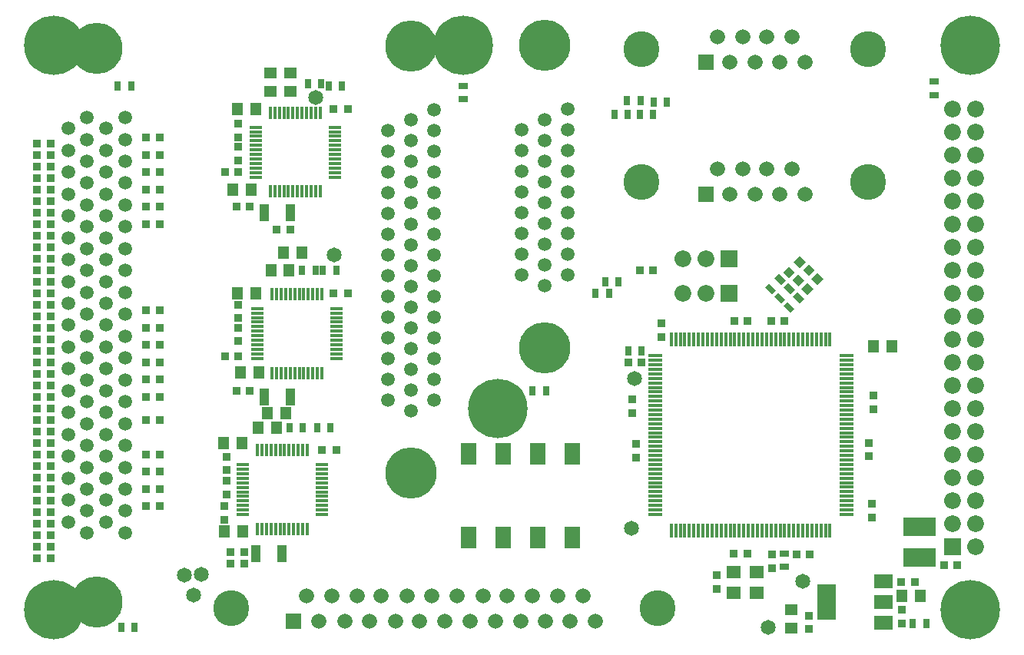
<source format=gts>
G04 #@! TF.FileFunction,Soldermask,Top*
%FSLAX46Y46*%
G04 Gerber Fmt 4.6, Leading zero omitted, Abs format (unit mm)*
G04 Created by KiCad (PCBNEW 4.0.6) date Fri Jul 21 15:53:30 2017*
%MOMM*%
%LPD*%
G01*
G04 APERTURE LIST*
%ADD10C,0.100000*%
%ADD11C,1.500000*%
%ADD12C,5.650000*%
%ADD13R,0.400000X1.600000*%
%ADD14R,1.600000X0.400000*%
%ADD15R,1.550000X1.350000*%
%ADD16R,0.950000X0.900000*%
%ADD17R,1.150000X1.400000*%
%ADD18R,0.900000X0.950000*%
%ADD19R,1.400000X1.150000*%
%ADD20R,0.950000X0.950000*%
%ADD21R,1.850000X1.850000*%
%ADD22O,1.850000X1.850000*%
%ADD23R,1.050000X1.850000*%
%ADD24R,0.650000X1.050000*%
%ADD25R,1.050000X0.650000*%
%ADD26R,1.750000X2.330000*%
%ADD27R,2.150000X3.950000*%
%ADD28R,2.150000X1.650000*%
%ADD29R,1.450000X0.400000*%
%ADD30R,0.400000X1.450000*%
%ADD31C,1.650000*%
%ADD32R,3.550000X2.150000*%
%ADD33C,3.960000*%
%ADD34R,1.670000X1.670000*%
%ADD35C,1.670000*%
%ADD36C,6.550000*%
G04 APERTURE END LIST*
D10*
D11*
X106807000Y-53290000D03*
X106807000Y-51000000D03*
X106807000Y-48710000D03*
X106807000Y-46420000D03*
X106807000Y-44130000D03*
X106807000Y-41840000D03*
X106807000Y-39550000D03*
X106807000Y-37260000D03*
X106807000Y-34970000D03*
X104267000Y-54440000D03*
X104267000Y-52150000D03*
X104267000Y-49860000D03*
X104267000Y-47570000D03*
X104267000Y-45280000D03*
X104267000Y-42990000D03*
X104267000Y-40700000D03*
X104267000Y-38410000D03*
X104267000Y-36120000D03*
X101727000Y-53290000D03*
X101727000Y-51000000D03*
X101727000Y-48710000D03*
X101727000Y-46420000D03*
X101727000Y-44130000D03*
X101727000Y-41840000D03*
X101727000Y-39550000D03*
X101727000Y-37260000D03*
D12*
X104267000Y-61340000D03*
X104267000Y-27940000D03*
D13*
X118181683Y-81461814D03*
X118681683Y-81461814D03*
X119181683Y-81461814D03*
X119681683Y-81461814D03*
X120181683Y-81461814D03*
X120681683Y-81461814D03*
X121181683Y-81461814D03*
X121681683Y-81461814D03*
X122181683Y-81461814D03*
X122681683Y-81461814D03*
X123181683Y-81461814D03*
X123681683Y-81461814D03*
X124181683Y-81461814D03*
X124681683Y-81461814D03*
X125181683Y-81461814D03*
X125681683Y-81461814D03*
X126181683Y-81461814D03*
X126681683Y-81461814D03*
X127181683Y-81461814D03*
X127681683Y-81461814D03*
X128181683Y-81461814D03*
X128681683Y-81461814D03*
X129181683Y-81461814D03*
X129681683Y-81461814D03*
X130181683Y-81461814D03*
X130681683Y-81461814D03*
X131181683Y-81461814D03*
X131681683Y-81461814D03*
X132181683Y-81461814D03*
X132681683Y-81461814D03*
X133181683Y-81461814D03*
X133681683Y-81461814D03*
X134181683Y-81461814D03*
X134681683Y-81461814D03*
X135181683Y-81461814D03*
X135681683Y-81461814D03*
D14*
X137481683Y-79661814D03*
X137481683Y-79161814D03*
X137481683Y-78661814D03*
X137481683Y-78161814D03*
X137481683Y-77661814D03*
X137481683Y-77161814D03*
X137481683Y-76661814D03*
X137481683Y-76161814D03*
X137481683Y-75661814D03*
X137481683Y-75161814D03*
X137481683Y-74661814D03*
X137481683Y-74161814D03*
X137481683Y-73661814D03*
X137481683Y-73161814D03*
X137481683Y-72661814D03*
X137481683Y-72161814D03*
X137481683Y-71661814D03*
X137481683Y-71161814D03*
X137481683Y-70661814D03*
X137481683Y-70161814D03*
X137481683Y-69661814D03*
X137481683Y-69161814D03*
X137481683Y-68661814D03*
X137481683Y-68161814D03*
X137481683Y-67661814D03*
X137481683Y-67161814D03*
X137481683Y-66661814D03*
X137481683Y-66161814D03*
X137481683Y-65661814D03*
X137481683Y-65161814D03*
X137481683Y-64661814D03*
X137481683Y-64161814D03*
X137481683Y-63661814D03*
X137481683Y-63161814D03*
X137481683Y-62661814D03*
X137481683Y-62161814D03*
D13*
X135681683Y-60361814D03*
X135181683Y-60361814D03*
X134681683Y-60361814D03*
X134181683Y-60361814D03*
X133681683Y-60361814D03*
X133181683Y-60361814D03*
X132681683Y-60361814D03*
X132181683Y-60361814D03*
X131681683Y-60361814D03*
X131181683Y-60361814D03*
X130681683Y-60361814D03*
X130181683Y-60361814D03*
X129681683Y-60361814D03*
X129181683Y-60361814D03*
X128681683Y-60361814D03*
X128181683Y-60361814D03*
X127681683Y-60361814D03*
X127181683Y-60361814D03*
X126681683Y-60361814D03*
X126181683Y-60361814D03*
X125681683Y-60361814D03*
X125181683Y-60361814D03*
X124681683Y-60361814D03*
X124181683Y-60361814D03*
X123681683Y-60361814D03*
X123181683Y-60361814D03*
X122681683Y-60361814D03*
X122181683Y-60361814D03*
X121681683Y-60361814D03*
X121181683Y-60361814D03*
X120681683Y-60361814D03*
X120181683Y-60361814D03*
X119681683Y-60361814D03*
X119181683Y-60361814D03*
X118681683Y-60361814D03*
X118181683Y-60361814D03*
D14*
X116381683Y-62161814D03*
X116381683Y-62661814D03*
X116381683Y-63161814D03*
X116381683Y-63661814D03*
X116381683Y-64161814D03*
X116381683Y-64661814D03*
X116381683Y-65161814D03*
X116381683Y-65661814D03*
X116381683Y-66161814D03*
X116381683Y-66661814D03*
X116381683Y-67161814D03*
X116381683Y-67661814D03*
X116381683Y-68161814D03*
X116381683Y-68661814D03*
X116381683Y-69161814D03*
X116381683Y-69661814D03*
X116381683Y-70161814D03*
X116381683Y-70661814D03*
X116381683Y-71161814D03*
X116381683Y-71661814D03*
X116381683Y-72161814D03*
X116381683Y-72661814D03*
X116381683Y-73161814D03*
X116381683Y-73661814D03*
X116381683Y-74161814D03*
X116381683Y-74661814D03*
X116381683Y-75161814D03*
X116381683Y-75661814D03*
X116381683Y-76161814D03*
X116381683Y-76661814D03*
X116381683Y-77161814D03*
X116381683Y-77661814D03*
X116381683Y-78161814D03*
X116381683Y-78661814D03*
X116381683Y-79161814D03*
X116381683Y-79661814D03*
D15*
X125095000Y-86022000D03*
X127635000Y-86022000D03*
X127635000Y-88265000D03*
X125095000Y-88265000D03*
D16*
X148233000Y-85217000D03*
X149733000Y-85217000D03*
X143510000Y-87122000D03*
X145010000Y-87122000D03*
D17*
X143637000Y-88646000D03*
X145637000Y-88646000D03*
D18*
X143637000Y-90170000D03*
X143637000Y-91670000D03*
X133350000Y-90805000D03*
X133350000Y-92305000D03*
D19*
X131445000Y-90170000D03*
X131445000Y-92170000D03*
D16*
X49760000Y-53975000D03*
X48260000Y-53975000D03*
X49760000Y-55245000D03*
X48260000Y-55245000D03*
X60325000Y-62865000D03*
X61825000Y-62865000D03*
X61825000Y-57150000D03*
X60325000Y-57150000D03*
X48260000Y-64135000D03*
X49760000Y-64135000D03*
X49760000Y-56515000D03*
X48260000Y-56515000D03*
X48260000Y-65405000D03*
X49760000Y-65405000D03*
X49760000Y-57785000D03*
X48260000Y-57785000D03*
X60325000Y-64770000D03*
X61825000Y-64770000D03*
X61825000Y-59055000D03*
X60325000Y-59055000D03*
X48260000Y-66675000D03*
X49760000Y-66675000D03*
X49760000Y-59055000D03*
X48260000Y-59055000D03*
X48260000Y-67945000D03*
X49760000Y-67945000D03*
X49760000Y-60325000D03*
X48260000Y-60325000D03*
X60325000Y-66675000D03*
X61825000Y-66675000D03*
X61825000Y-60960000D03*
X60325000Y-60960000D03*
X49760000Y-61595000D03*
X48260000Y-61595000D03*
X49760000Y-62865000D03*
X48260000Y-62865000D03*
X49760000Y-69215000D03*
X48260000Y-69215000D03*
X49760000Y-70485000D03*
X48260000Y-70485000D03*
X60325000Y-76835000D03*
X61825000Y-76835000D03*
X61825000Y-69215000D03*
X60325000Y-69215000D03*
X48260000Y-79375000D03*
X49760000Y-79375000D03*
X49760000Y-71755000D03*
X48260000Y-71755000D03*
X48260000Y-80645000D03*
X49760000Y-80645000D03*
X49760000Y-73025000D03*
X48260000Y-73025000D03*
X60325000Y-78740000D03*
X61825000Y-78740000D03*
X61825000Y-73025000D03*
X60325000Y-73025000D03*
X48260000Y-81915000D03*
X49760000Y-81915000D03*
X49760000Y-74295000D03*
X48260000Y-74295000D03*
X48260000Y-83185000D03*
X49760000Y-83185000D03*
X49760000Y-75565000D03*
X48260000Y-75565000D03*
X48260000Y-84455000D03*
X49760000Y-84455000D03*
X61825000Y-74930000D03*
X60325000Y-74930000D03*
X49760000Y-76835000D03*
X48260000Y-76835000D03*
X49760000Y-78105000D03*
X48260000Y-78105000D03*
X49760000Y-38735000D03*
X48260000Y-38735000D03*
X49760000Y-40005000D03*
X48260000Y-40005000D03*
X60325000Y-43815000D03*
X61825000Y-43815000D03*
X61825000Y-38100000D03*
X60325000Y-38100000D03*
X48260000Y-48895000D03*
X49760000Y-48895000D03*
X49760000Y-41275000D03*
X48260000Y-41275000D03*
X48260000Y-50165000D03*
X49760000Y-50165000D03*
X49760000Y-42545000D03*
X48260000Y-42545000D03*
X60325000Y-45720000D03*
X61825000Y-45720000D03*
X61825000Y-40005000D03*
X60325000Y-40005000D03*
X48260000Y-51435000D03*
X49760000Y-51435000D03*
X49760000Y-43815000D03*
X48260000Y-43815000D03*
X48260000Y-52705000D03*
X49760000Y-52705000D03*
X49760000Y-45085000D03*
X48260000Y-45085000D03*
X60325000Y-47625000D03*
X61825000Y-47625000D03*
X61825000Y-41910000D03*
X60325000Y-41910000D03*
X49760000Y-46355000D03*
X48260000Y-46355000D03*
X49760000Y-47625000D03*
X48260000Y-47625000D03*
X74700000Y-48260000D03*
X76200000Y-48260000D03*
X70255000Y-45720000D03*
X71755000Y-45720000D03*
D17*
X70390000Y-34925000D03*
X72390000Y-34925000D03*
D19*
X74041000Y-31020000D03*
X74041000Y-33020000D03*
D18*
X70485000Y-38100000D03*
X70485000Y-36600000D03*
D16*
X68985000Y-41910000D03*
X70485000Y-41910000D03*
D18*
X70485000Y-39140000D03*
X70485000Y-40640000D03*
D17*
X71850000Y-43815000D03*
X69850000Y-43815000D03*
D19*
X76200000Y-31020000D03*
X76200000Y-33020000D03*
D16*
X70255000Y-66040000D03*
X71755000Y-66040000D03*
D17*
X70390000Y-55245000D03*
X72390000Y-55245000D03*
X76073000Y-52705000D03*
X74073000Y-52705000D03*
D18*
X70485000Y-58015000D03*
X70485000Y-56515000D03*
D16*
X68985000Y-62230000D03*
X70485000Y-62230000D03*
D18*
X70485000Y-59055000D03*
X70485000Y-60555000D03*
D17*
X72695000Y-64040000D03*
X70695000Y-64040000D03*
X75470000Y-50800000D03*
X77470000Y-50800000D03*
D16*
X69620000Y-85090000D03*
X71120000Y-85090000D03*
X69620000Y-83820000D03*
X71120000Y-83820000D03*
D17*
X70834000Y-71755000D03*
X68834000Y-71755000D03*
X74676000Y-70104000D03*
X72676000Y-70104000D03*
D18*
X69215000Y-75970000D03*
X69215000Y-77470000D03*
X68961000Y-80240000D03*
X68961000Y-78740000D03*
X69215000Y-74791000D03*
X69215000Y-73291000D03*
D17*
X70961000Y-81534000D03*
X68961000Y-81534000D03*
X73692000Y-68453000D03*
X75692000Y-68453000D03*
D18*
X123190000Y-86360000D03*
X123190000Y-87860000D03*
X129286000Y-84098000D03*
X129286000Y-85598000D03*
D17*
X140462000Y-61087000D03*
X142462000Y-61087000D03*
D18*
X140335000Y-78510000D03*
X140335000Y-80010000D03*
D16*
X129183000Y-58293000D03*
X130683000Y-58293000D03*
X125119000Y-58293000D03*
X126619000Y-58293000D03*
X131977000Y-84074000D03*
X133477000Y-84074000D03*
D18*
X117094000Y-60071000D03*
X117094000Y-58571000D03*
D16*
X126595000Y-83947000D03*
X125095000Y-83947000D03*
D18*
X140462000Y-66572000D03*
X140462000Y-68072000D03*
X139954000Y-71755000D03*
X139954000Y-73255000D03*
D16*
X114935000Y-62865000D03*
X113435000Y-62865000D03*
D20*
X82550000Y-34925000D03*
X80950000Y-34925000D03*
X82550000Y-55245000D03*
X80950000Y-55245000D03*
X81280000Y-72517000D03*
X79680000Y-72517000D03*
D21*
X149225000Y-83185000D03*
D22*
X151765000Y-83185000D03*
X149225000Y-80645000D03*
X151765000Y-80645000D03*
X149225000Y-78105000D03*
X151765000Y-78105000D03*
X149225000Y-75565000D03*
X151765000Y-75565000D03*
X149225000Y-73025000D03*
X151765000Y-73025000D03*
X149225000Y-70485000D03*
X151765000Y-70485000D03*
X149225000Y-67945000D03*
X151765000Y-67945000D03*
X149225000Y-65405000D03*
X151765000Y-65405000D03*
X149225000Y-62865000D03*
X151765000Y-62865000D03*
X149225000Y-60325000D03*
X151765000Y-60325000D03*
X149225000Y-57785000D03*
X151765000Y-57785000D03*
X149225000Y-55245000D03*
X151765000Y-55245000D03*
X149225000Y-52705000D03*
X151765000Y-52705000D03*
X149225000Y-50165000D03*
X151765000Y-50165000D03*
X149225000Y-47625000D03*
X151765000Y-47625000D03*
X149225000Y-45085000D03*
X151765000Y-45085000D03*
X149225000Y-42545000D03*
X151765000Y-42545000D03*
X149225000Y-40005000D03*
X151765000Y-40005000D03*
X149225000Y-37465000D03*
X151765000Y-37465000D03*
X149225000Y-34925000D03*
X151765000Y-34925000D03*
D21*
X124587000Y-51435000D03*
D22*
X122047000Y-51435000D03*
X119507000Y-51435000D03*
D21*
X124587000Y-55245000D03*
D22*
X122047000Y-55245000D03*
X119507000Y-55245000D03*
D10*
G36*
X132065579Y-55151959D02*
X132808041Y-55894421D01*
X132348421Y-56354041D01*
X131605959Y-55611579D01*
X132065579Y-55151959D01*
X132065579Y-55151959D01*
G37*
G36*
X131004919Y-56212619D02*
X131747381Y-56955081D01*
X131287761Y-57414701D01*
X130545299Y-56672239D01*
X131004919Y-56212619D01*
X131004919Y-56212619D01*
G37*
G36*
X130033579Y-53119959D02*
X130776041Y-53862421D01*
X130316421Y-54322041D01*
X129573959Y-53579579D01*
X130033579Y-53119959D01*
X130033579Y-53119959D01*
G37*
G36*
X128972919Y-54180619D02*
X129715381Y-54923081D01*
X129255761Y-55382701D01*
X128513299Y-54640239D01*
X128972919Y-54180619D01*
X128972919Y-54180619D01*
G37*
G36*
X131049579Y-54135959D02*
X131792041Y-54878421D01*
X131332421Y-55338041D01*
X130589959Y-54595579D01*
X131049579Y-54135959D01*
X131049579Y-54135959D01*
G37*
G36*
X129988919Y-55196619D02*
X130731381Y-55939081D01*
X130271761Y-56398701D01*
X129529299Y-55656239D01*
X129988919Y-55196619D01*
X129988919Y-55196619D01*
G37*
D23*
X73300000Y-46355000D03*
X76200000Y-46355000D03*
D24*
X80415000Y-32385000D03*
X81915000Y-32385000D03*
X79629000Y-32131000D03*
X78129000Y-32131000D03*
D23*
X73300000Y-66675000D03*
X76200000Y-66675000D03*
D24*
X79780000Y-52705000D03*
X81280000Y-52705000D03*
X78970000Y-52705000D03*
X77470000Y-52705000D03*
D23*
X72390000Y-83947000D03*
X75290000Y-83947000D03*
D24*
X79145000Y-70104000D03*
X80645000Y-70104000D03*
X77597000Y-70104000D03*
X76097000Y-70104000D03*
D25*
X130683000Y-85447000D03*
X130683000Y-83947000D03*
D24*
X116229000Y-34163000D03*
X117729000Y-34163000D03*
X113411000Y-35560000D03*
X111911000Y-35560000D03*
X111355000Y-55245000D03*
X109855000Y-55245000D03*
X110895000Y-53975000D03*
X112395000Y-53975000D03*
X114705000Y-35560000D03*
X116205000Y-35560000D03*
X114784000Y-34036000D03*
X113284000Y-34036000D03*
X114935000Y-61595000D03*
X113435000Y-61595000D03*
D26*
X103505000Y-73007000D03*
X103505000Y-82187000D03*
X107315000Y-73007000D03*
X107315000Y-82187000D03*
X99695000Y-73007000D03*
X99695000Y-82187000D03*
X95885000Y-82187000D03*
X95885000Y-73007000D03*
D27*
X135305000Y-89347436D03*
D28*
X141605000Y-89347436D03*
X141605000Y-87047436D03*
X141605000Y-91647436D03*
D29*
X72390000Y-36965000D03*
X72390000Y-37465000D03*
X72390000Y-37965000D03*
X72390000Y-38465000D03*
X72390000Y-38965000D03*
X72390000Y-39465000D03*
X72390000Y-39965000D03*
X72390000Y-40465000D03*
X72390000Y-40965000D03*
X72390000Y-41465000D03*
X72390000Y-41965000D03*
X72390000Y-42465000D03*
D30*
X73990000Y-44065000D03*
X74490000Y-44065000D03*
X74990000Y-44065000D03*
X75490000Y-44065000D03*
X75990000Y-44065000D03*
X76490000Y-44065000D03*
X76990000Y-44065000D03*
X77490000Y-44065000D03*
X77990000Y-44065000D03*
X78490000Y-44065000D03*
X78990000Y-44065000D03*
X79490000Y-44065000D03*
D29*
X81090000Y-42465000D03*
X81090000Y-41965000D03*
X81090000Y-41465000D03*
X81090000Y-40965000D03*
X81090000Y-40465000D03*
X81090000Y-39965000D03*
X81090000Y-39465000D03*
X81090000Y-38965000D03*
X81090000Y-38465000D03*
X81090000Y-37965000D03*
X81090000Y-37465000D03*
X81090000Y-36965000D03*
D30*
X79490000Y-35365000D03*
X78990000Y-35365000D03*
X78490000Y-35365000D03*
X77990000Y-35365000D03*
X77490000Y-35365000D03*
X76990000Y-35365000D03*
X76490000Y-35365000D03*
X75990000Y-35365000D03*
X75490000Y-35365000D03*
X74990000Y-35365000D03*
X74490000Y-35365000D03*
X73990000Y-35365000D03*
D29*
X72580000Y-56960000D03*
X72580000Y-57460000D03*
X72580000Y-57960000D03*
X72580000Y-58460000D03*
X72580000Y-58960000D03*
X72580000Y-59460000D03*
X72580000Y-59960000D03*
X72580000Y-60460000D03*
X72580000Y-60960000D03*
X72580000Y-61460000D03*
X72580000Y-61960000D03*
X72580000Y-62460000D03*
D30*
X74180000Y-64060000D03*
X74680000Y-64060000D03*
X75180000Y-64060000D03*
X75680000Y-64060000D03*
X76180000Y-64060000D03*
X76680000Y-64060000D03*
X77180000Y-64060000D03*
X77680000Y-64060000D03*
X78180000Y-64060000D03*
X78680000Y-64060000D03*
X79180000Y-64060000D03*
X79680000Y-64060000D03*
D29*
X81280000Y-62460000D03*
X81280000Y-61960000D03*
X81280000Y-61460000D03*
X81280000Y-60960000D03*
X81280000Y-60460000D03*
X81280000Y-59960000D03*
X81280000Y-59460000D03*
X81280000Y-58960000D03*
X81280000Y-58460000D03*
X81280000Y-57960000D03*
X81280000Y-57460000D03*
X81280000Y-56960000D03*
D30*
X79680000Y-55360000D03*
X79180000Y-55360000D03*
X78680000Y-55360000D03*
X78180000Y-55360000D03*
X77680000Y-55360000D03*
X77180000Y-55360000D03*
X76680000Y-55360000D03*
X76180000Y-55360000D03*
X75680000Y-55360000D03*
X75180000Y-55360000D03*
X74680000Y-55360000D03*
X74180000Y-55360000D03*
D29*
X70965000Y-74180000D03*
X70965000Y-74680000D03*
X70965000Y-75180000D03*
X70965000Y-75680000D03*
X70965000Y-76180000D03*
X70965000Y-76680000D03*
X70965000Y-77180000D03*
X70965000Y-77680000D03*
X70965000Y-78180000D03*
X70965000Y-78680000D03*
X70965000Y-79180000D03*
X70965000Y-79680000D03*
D30*
X72565000Y-81280000D03*
X73065000Y-81280000D03*
X73565000Y-81280000D03*
X74065000Y-81280000D03*
X74565000Y-81280000D03*
X75065000Y-81280000D03*
X75565000Y-81280000D03*
X76065000Y-81280000D03*
X76565000Y-81280000D03*
X77065000Y-81280000D03*
X77565000Y-81280000D03*
X78065000Y-81280000D03*
D29*
X79665000Y-79680000D03*
X79665000Y-79180000D03*
X79665000Y-78680000D03*
X79665000Y-78180000D03*
X79665000Y-77680000D03*
X79665000Y-77180000D03*
X79665000Y-76680000D03*
X79665000Y-76180000D03*
X79665000Y-75680000D03*
X79665000Y-75180000D03*
X79665000Y-74680000D03*
X79665000Y-74180000D03*
D30*
X78065000Y-72580000D03*
X77565000Y-72580000D03*
X77065000Y-72580000D03*
X76565000Y-72580000D03*
X76065000Y-72580000D03*
X75565000Y-72580000D03*
X75065000Y-72580000D03*
X74565000Y-72580000D03*
X74065000Y-72580000D03*
X73565000Y-72580000D03*
X73065000Y-72580000D03*
X72565000Y-72580000D03*
D18*
X113919000Y-68453000D03*
X113919000Y-66953000D03*
X114300000Y-73406000D03*
X114300000Y-71906000D03*
D10*
G36*
X133165315Y-55466436D02*
X132493564Y-54794685D01*
X133165315Y-54122934D01*
X133837066Y-54794685D01*
X133165315Y-55466436D01*
X133165315Y-55466436D01*
G37*
G36*
X134296685Y-54335066D02*
X133624934Y-53663315D01*
X134296685Y-52991564D01*
X134968436Y-53663315D01*
X134296685Y-54335066D01*
X134296685Y-54335066D01*
G37*
G36*
X131191000Y-53630751D02*
X130519249Y-52959000D01*
X131191000Y-52287249D01*
X131862751Y-52959000D01*
X131191000Y-53630751D01*
X131191000Y-53630751D01*
G37*
G36*
X132322370Y-52499381D02*
X131650619Y-51827630D01*
X132322370Y-51155879D01*
X132994121Y-51827630D01*
X132322370Y-52499381D01*
X132322370Y-52499381D01*
G37*
G36*
X132207000Y-54508121D02*
X131535249Y-53836370D01*
X132207000Y-53164619D01*
X132878751Y-53836370D01*
X132207000Y-54508121D01*
X132207000Y-54508121D01*
G37*
G36*
X133338370Y-53376751D02*
X132666619Y-52705000D01*
X133338370Y-52033249D01*
X134010121Y-52705000D01*
X133338370Y-53376751D01*
X133338370Y-53376751D01*
G37*
D31*
X132715000Y-86995000D03*
X128905000Y-92075000D03*
X65532000Y-88519000D03*
X64516000Y-86360000D03*
X66421000Y-86233000D03*
X81026000Y-51054000D03*
X78994000Y-33655000D03*
X113792000Y-81153000D03*
X114173000Y-64643000D03*
D24*
X59055000Y-92075000D03*
X57555000Y-92075000D03*
D25*
X147193000Y-33401000D03*
X147193000Y-31901000D03*
D24*
X144804000Y-91694000D03*
X146304000Y-91694000D03*
D25*
X95250000Y-33885000D03*
X95250000Y-32385000D03*
D24*
X58650000Y-32385000D03*
X57150000Y-32385000D03*
X104370000Y-66040000D03*
X102870000Y-66040000D03*
D16*
X114705000Y-52705000D03*
X116205000Y-52705000D03*
D32*
X145542000Y-84426000D03*
X145542000Y-81026000D03*
D33*
X139910000Y-43000000D03*
X114890000Y-43000000D03*
D34*
X122000000Y-44400000D03*
D35*
X124670000Y-44400000D03*
X127460000Y-44400000D03*
X130130000Y-44400000D03*
X132920000Y-44400000D03*
X123270000Y-41610000D03*
X126060000Y-41610000D03*
X128730000Y-41610000D03*
X131530000Y-41610000D03*
D33*
X139910000Y-28381961D03*
X114890000Y-28381961D03*
D34*
X122000000Y-29781961D03*
D35*
X124670000Y-29781961D03*
X127460000Y-29781961D03*
X130130000Y-29781961D03*
X132920000Y-29781961D03*
X123270000Y-26991961D03*
X126060000Y-26991961D03*
X128730000Y-26991961D03*
X131530000Y-26991961D03*
D33*
X116715000Y-90040000D03*
X69725000Y-90040000D03*
D34*
X76585000Y-91440000D03*
D35*
X79375000Y-91440000D03*
X82175000Y-91440000D03*
X84965000Y-91440000D03*
X87765000Y-91440000D03*
X90425000Y-91440000D03*
X93225000Y-91440000D03*
X96015000Y-91440000D03*
X98815000Y-91440000D03*
X101605000Y-91440000D03*
X104275000Y-91440000D03*
X107065000Y-91440000D03*
X109855000Y-91440000D03*
X77985000Y-88650000D03*
X80775000Y-88650000D03*
X83575000Y-88650000D03*
X86235000Y-88650000D03*
X89035000Y-88650000D03*
X91825000Y-88650000D03*
X94615000Y-88650000D03*
X97415000Y-88650000D03*
X100085000Y-88650000D03*
X102875000Y-88650000D03*
X105665000Y-88650000D03*
X108465000Y-88650000D03*
D11*
X57960000Y-81695000D03*
X57960000Y-79285000D03*
X57960000Y-76875000D03*
X57960000Y-74465000D03*
X57960000Y-72055000D03*
X57960000Y-69645000D03*
X57960000Y-67235000D03*
X57960000Y-64825000D03*
X57960000Y-62415000D03*
X57960000Y-60005000D03*
X57960000Y-57595000D03*
X57960000Y-55185000D03*
X57960000Y-52775000D03*
X57960000Y-50365000D03*
X57960000Y-47955000D03*
X57960000Y-45535000D03*
X57960000Y-43135000D03*
X57960000Y-40725000D03*
X57960000Y-38315000D03*
X57960000Y-35895000D03*
X55880000Y-80485000D03*
X55880000Y-78075000D03*
X55880000Y-75665000D03*
X55880000Y-73255000D03*
X55880000Y-70845000D03*
X55880000Y-68435000D03*
X55880000Y-66025000D03*
X55880000Y-63615000D03*
X55880000Y-61205000D03*
X55880000Y-58795000D03*
X55880000Y-56385000D03*
X55880000Y-53975000D03*
X55880000Y-51565000D03*
X55880000Y-49155000D03*
X55880000Y-46745000D03*
X55880000Y-44335000D03*
X55880000Y-41925000D03*
X55880000Y-39515000D03*
X55880000Y-37105000D03*
X53800000Y-81695000D03*
X53800000Y-79285000D03*
X53800000Y-76875000D03*
X53800000Y-74465000D03*
X53800000Y-72055000D03*
X53800000Y-69645000D03*
X53800000Y-67235000D03*
X53800000Y-64825000D03*
X53800000Y-62415000D03*
X53800000Y-60005000D03*
X53800000Y-57595000D03*
X53800000Y-55185000D03*
X53800000Y-52775000D03*
X53800000Y-50365000D03*
X53800000Y-47955000D03*
X53800000Y-45535000D03*
X53800000Y-43135000D03*
X53800000Y-40725000D03*
X53800000Y-38315000D03*
X53800000Y-35895000D03*
X51720000Y-80485000D03*
X51720000Y-78075000D03*
X51720000Y-75665000D03*
X51720000Y-73255000D03*
X51720000Y-70845000D03*
X51720000Y-68435000D03*
X51720000Y-66025000D03*
X51720000Y-63615000D03*
X51720000Y-61205000D03*
X51720000Y-58795000D03*
X51720000Y-56385000D03*
X51720000Y-53975000D03*
X51720000Y-51565000D03*
X51720000Y-49155000D03*
X51720000Y-46745000D03*
X51720000Y-44335000D03*
X51720000Y-41925000D03*
X51720000Y-39515000D03*
X51720000Y-37105000D03*
D12*
X54840000Y-89295000D03*
X54840000Y-28295000D03*
D11*
X92075000Y-67085000D03*
X92075000Y-64795000D03*
X92075000Y-62505000D03*
X92075000Y-60215000D03*
X92075000Y-57925000D03*
X92075000Y-55635000D03*
X92075000Y-53345000D03*
X92075000Y-51055000D03*
X92075000Y-48765000D03*
X92075000Y-46475000D03*
X92075000Y-44185000D03*
X92075000Y-41895000D03*
X92075000Y-39605000D03*
X92075000Y-37315000D03*
X92075000Y-35025000D03*
X89535000Y-68235000D03*
X89535000Y-65945000D03*
X89535000Y-63655000D03*
X89535000Y-61365000D03*
X89535000Y-59075000D03*
X89535000Y-56785000D03*
X89535000Y-54495000D03*
X89535000Y-52205000D03*
X89535000Y-49915000D03*
X89535000Y-47625000D03*
X89535000Y-45335000D03*
X89535000Y-43045000D03*
X89535000Y-40755000D03*
X89535000Y-38465000D03*
X89535000Y-36175000D03*
X86995000Y-67085000D03*
X86995000Y-64795000D03*
X86995000Y-62505000D03*
X86995000Y-60215000D03*
X86995000Y-57925000D03*
X86995000Y-55635000D03*
X86995000Y-53345000D03*
X86995000Y-51055000D03*
X86995000Y-48765000D03*
X86995000Y-46475000D03*
X86995000Y-44185000D03*
X86995000Y-41895000D03*
X86995000Y-39605000D03*
X86995000Y-37315000D03*
D12*
X89535000Y-75085000D03*
X89535000Y-28045000D03*
D36*
X50165000Y-90170000D03*
X151130000Y-27940000D03*
X151130000Y-90170000D03*
X95250000Y-27940000D03*
X50165000Y-27940000D03*
X99060000Y-67945000D03*
M02*

</source>
